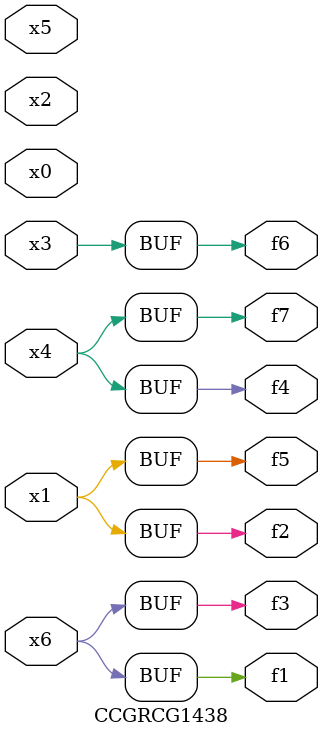
<source format=v>
module CCGRCG1438(
	input x0, x1, x2, x3, x4, x5, x6,
	output f1, f2, f3, f4, f5, f6, f7
);
	assign f1 = x6;
	assign f2 = x1;
	assign f3 = x6;
	assign f4 = x4;
	assign f5 = x1;
	assign f6 = x3;
	assign f7 = x4;
endmodule

</source>
